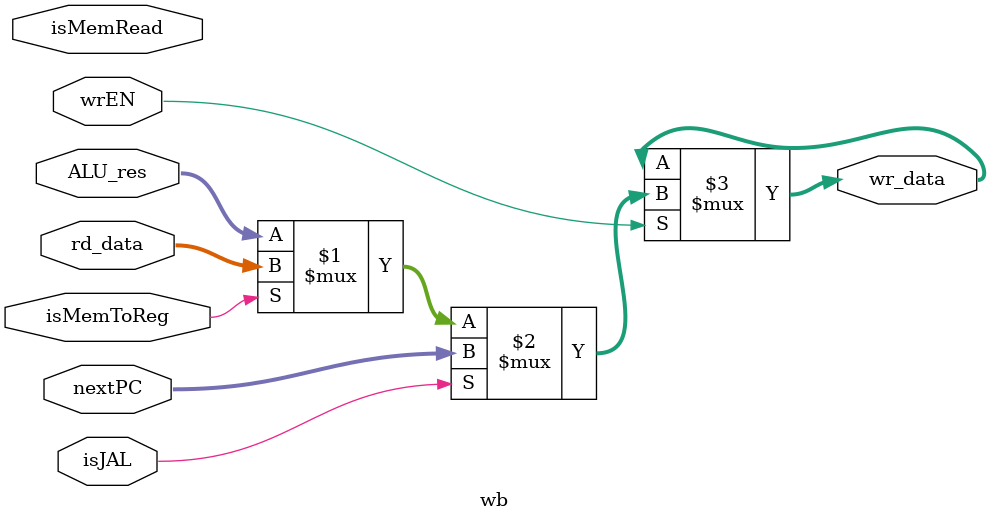
<source format=v>
/*
   CS/ECE 552 Spring '22
  
   Filename        : wb.v
   Description     : This is the module for the overall Write Back stage of the processor.
*/
`default_nettype none
module wb (rd_data, isMemToReg, isMemRead, ALU_res, isJAL, nextPC, wrEN, wr_data);

input wire [15:0] rd_data, ALU_res, nextPC;
input wire isMemToReg, isMemRead, isJAL,wrEN;

output wire [15:0] wr_data;

assign wr_data = wrEN? (isJAL ? nextPC : (isMemToReg ? rd_data : ALU_res)) : wr_data;

endmodule
`default_nettype wire

</source>
